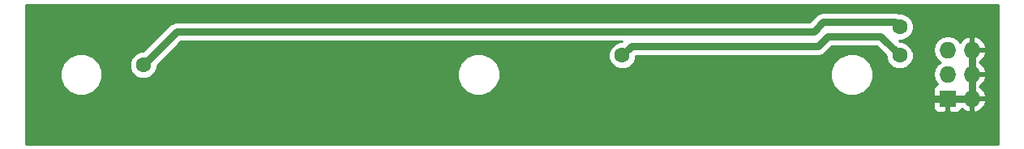
<source format=gbr>
%TF.GenerationSoftware,KiCad,Pcbnew,no-vcs-found-4c623da~61~ubuntu16.04.1*%
%TF.CreationDate,2017-11-21T10:53:03+02:00*%
%TF.ProjectId,reed-sensor,726565642D73656E736F722E6B696361,rev?*%
%TF.SameCoordinates,Original*%
%TF.FileFunction,Copper,L2,Bot,Signal*%
%TF.FilePolarity,Positive*%
%FSLAX46Y46*%
G04 Gerber Fmt 4.6, Leading zero omitted, Abs format (unit mm)*
G04 Created by KiCad (PCBNEW no-vcs-found-4c623da~61~ubuntu16.04.1) date Tue Nov 21 10:53:03 2017*
%MOMM*%
%LPD*%
G01*
G04 APERTURE LIST*
%TA.AperFunction,ComponentPad*%
%ADD10R,1.727200X1.727200*%
%TD*%
%TA.AperFunction,ComponentPad*%
%ADD11O,1.727200X1.727200*%
%TD*%
%TA.AperFunction,ViaPad*%
%ADD12C,1.600000*%
%TD*%
%TA.AperFunction,Conductor*%
%ADD13C,0.800000*%
%TD*%
%TA.AperFunction,Conductor*%
%ADD14C,0.254000*%
%TD*%
G04 APERTURE END LIST*
D10*
%TO.P,J1,1*%
%TO.N,GND*%
X155000000Y-82500000D03*
D11*
%TO.P,J1,2*%
X157540000Y-82500000D03*
%TO.P,J1,3*%
%TO.N,Net-(J1-Pad3)*%
X155000000Y-79960000D03*
%TO.P,J1,4*%
%TO.N,GND*%
X157540000Y-79960000D03*
%TO.P,J1,5*%
%TO.N,Net-(J1-Pad5)*%
X155000000Y-77420000D03*
%TO.P,J1,6*%
%TO.N,GND*%
X157540000Y-77420000D03*
%TD*%
D12*
%TO.N,Net-(J1-Pad3)*%
X150000000Y-78000000D03*
X121000000Y-78000000D03*
%TO.N,GND*%
X150000000Y-83000000D03*
%TO.N,Net-(J1-Pad5)*%
X150000000Y-75000000D03*
X71000000Y-79000000D03*
%TD*%
D13*
%TO.N,Net-(J1-Pad3)*%
X141500000Y-77000000D02*
X142500000Y-76000000D01*
X122000000Y-77000000D02*
X141500000Y-77000000D01*
X142500000Y-76000000D02*
X148000000Y-76000000D01*
X121000000Y-78000000D02*
X122000000Y-77000000D01*
X148000000Y-76000000D02*
X150000000Y-78000000D01*
%TO.N,GND*%
X157540000Y-82500000D02*
X155000000Y-82500000D01*
X157540000Y-79960000D02*
X157540000Y-82500000D01*
X157540000Y-77420000D02*
X157540000Y-79960000D01*
X155000000Y-82500000D02*
X150500000Y-82500000D01*
X150500000Y-82500000D02*
X150000000Y-83000000D01*
%TO.N,Net-(J1-Pad5)*%
X141000000Y-75500000D02*
X142000000Y-74500000D01*
X74500000Y-75500000D02*
X141000000Y-75500000D01*
X142000000Y-74500000D02*
X149500000Y-74500000D01*
X71000000Y-79000000D02*
X74500000Y-75500000D01*
X149500000Y-74500000D02*
X150000000Y-75000000D01*
%TD*%
D14*
%TO.N,GND*%
G36*
X160290000Y-87290000D02*
X58710000Y-87290000D01*
X58710000Y-82785750D01*
X153501400Y-82785750D01*
X153501400Y-83489910D01*
X153598073Y-83723299D01*
X153776702Y-83901927D01*
X154010091Y-83998600D01*
X154714250Y-83998600D01*
X154873000Y-83839850D01*
X154873000Y-82627000D01*
X155127000Y-82627000D01*
X155127000Y-83839850D01*
X155285750Y-83998600D01*
X155989909Y-83998600D01*
X156223298Y-83901927D01*
X156401927Y-83723299D01*
X156484529Y-83523881D01*
X156651510Y-83706821D01*
X157180973Y-83954968D01*
X157413000Y-83834469D01*
X157413000Y-82627000D01*
X157667000Y-82627000D01*
X157667000Y-83834469D01*
X157899027Y-83954968D01*
X158428490Y-83706821D01*
X158822688Y-83274947D01*
X158994958Y-82859026D01*
X158873817Y-82627000D01*
X157667000Y-82627000D01*
X157413000Y-82627000D01*
X155127000Y-82627000D01*
X154873000Y-82627000D01*
X153660150Y-82627000D01*
X153501400Y-82785750D01*
X58710000Y-82785750D01*
X58710000Y-80442619D01*
X62264613Y-80442619D01*
X62604155Y-81264372D01*
X63232321Y-81893636D01*
X64053481Y-82234611D01*
X64942619Y-82235387D01*
X65764372Y-81895845D01*
X66393636Y-81267679D01*
X66734611Y-80446519D01*
X66734614Y-80442619D01*
X103764613Y-80442619D01*
X104104155Y-81264372D01*
X104732321Y-81893636D01*
X105553481Y-82234611D01*
X106442619Y-82235387D01*
X107264372Y-81895845D01*
X107893636Y-81267679D01*
X108234611Y-80446519D01*
X108234614Y-80442619D01*
X142764613Y-80442619D01*
X143104155Y-81264372D01*
X143732321Y-81893636D01*
X144553481Y-82234611D01*
X145442619Y-82235387D01*
X146264372Y-81895845D01*
X146893636Y-81267679D01*
X147234611Y-80446519D01*
X147235387Y-79557381D01*
X146895845Y-78735628D01*
X146267679Y-78106364D01*
X145446519Y-77765389D01*
X144557381Y-77764613D01*
X143735628Y-78104155D01*
X143106364Y-78732321D01*
X142765389Y-79553481D01*
X142764613Y-80442619D01*
X108234614Y-80442619D01*
X108235387Y-79557381D01*
X107895845Y-78735628D01*
X107267679Y-78106364D01*
X106446519Y-77765389D01*
X105557381Y-77764613D01*
X104735628Y-78104155D01*
X104106364Y-78732321D01*
X103765389Y-79553481D01*
X103764613Y-80442619D01*
X66734614Y-80442619D01*
X66735387Y-79557381D01*
X66622506Y-79284187D01*
X69564752Y-79284187D01*
X69782757Y-79811800D01*
X70186077Y-80215824D01*
X70713309Y-80434750D01*
X71284187Y-80435248D01*
X71811800Y-80217243D01*
X72215824Y-79813923D01*
X72434750Y-79286691D01*
X72434975Y-79028737D01*
X74928711Y-76535000D01*
X121001289Y-76535000D01*
X120971314Y-76564975D01*
X120715813Y-76564752D01*
X120188200Y-76782757D01*
X119784176Y-77186077D01*
X119565250Y-77713309D01*
X119564752Y-78284187D01*
X119782757Y-78811800D01*
X120186077Y-79215824D01*
X120713309Y-79434750D01*
X121284187Y-79435248D01*
X121811800Y-79217243D01*
X122215824Y-78813923D01*
X122434750Y-78286691D01*
X122434970Y-78035000D01*
X141499995Y-78035000D01*
X141500000Y-78035001D01*
X141896077Y-77956215D01*
X142231856Y-77731856D01*
X142928711Y-77035000D01*
X147571288Y-77035000D01*
X148564975Y-78028686D01*
X148564752Y-78284187D01*
X148782757Y-78811800D01*
X149186077Y-79215824D01*
X149713309Y-79434750D01*
X150284187Y-79435248D01*
X150811800Y-79217243D01*
X151215824Y-78813923D01*
X151434750Y-78286691D01*
X151435248Y-77715813D01*
X151313021Y-77420000D01*
X153472041Y-77420000D01*
X153586115Y-77993489D01*
X153910971Y-78479670D01*
X154225752Y-78690000D01*
X153910971Y-78900330D01*
X153586115Y-79386511D01*
X153472041Y-79960000D01*
X153586115Y-80533489D01*
X153910971Y-81019670D01*
X153932023Y-81033737D01*
X153776702Y-81098073D01*
X153598073Y-81276701D01*
X153501400Y-81510090D01*
X153501400Y-82214250D01*
X153660150Y-82373000D01*
X154873000Y-82373000D01*
X154873000Y-82353000D01*
X155127000Y-82353000D01*
X155127000Y-82373000D01*
X157413000Y-82373000D01*
X157413000Y-80087000D01*
X157667000Y-80087000D01*
X157667000Y-82373000D01*
X158873817Y-82373000D01*
X158994958Y-82140974D01*
X158822688Y-81725053D01*
X158428490Y-81293179D01*
X158293687Y-81230000D01*
X158428490Y-81166821D01*
X158822688Y-80734947D01*
X158994958Y-80319026D01*
X158873817Y-80087000D01*
X157667000Y-80087000D01*
X157413000Y-80087000D01*
X157393000Y-80087000D01*
X157393000Y-79833000D01*
X157413000Y-79833000D01*
X157413000Y-77547000D01*
X157667000Y-77547000D01*
X157667000Y-79833000D01*
X158873817Y-79833000D01*
X158994958Y-79600974D01*
X158822688Y-79185053D01*
X158428490Y-78753179D01*
X158293687Y-78690000D01*
X158428490Y-78626821D01*
X158822688Y-78194947D01*
X158994958Y-77779026D01*
X158873817Y-77547000D01*
X157667000Y-77547000D01*
X157413000Y-77547000D01*
X157393000Y-77547000D01*
X157393000Y-77293000D01*
X157413000Y-77293000D01*
X157413000Y-76085531D01*
X157667000Y-76085531D01*
X157667000Y-77293000D01*
X158873817Y-77293000D01*
X158994958Y-77060974D01*
X158822688Y-76645053D01*
X158428490Y-76213179D01*
X157899027Y-75965032D01*
X157667000Y-76085531D01*
X157413000Y-76085531D01*
X157180973Y-75965032D01*
X156651510Y-76213179D01*
X156269992Y-76631161D01*
X156089029Y-76360330D01*
X155602848Y-76035474D01*
X155029359Y-75921400D01*
X154970641Y-75921400D01*
X154397152Y-76035474D01*
X153910971Y-76360330D01*
X153586115Y-76846511D01*
X153472041Y-77420000D01*
X151313021Y-77420000D01*
X151217243Y-77188200D01*
X150813923Y-76784176D01*
X150286691Y-76565250D01*
X150028736Y-76565025D01*
X149898623Y-76434912D01*
X150284187Y-76435248D01*
X150811800Y-76217243D01*
X151215824Y-75813923D01*
X151434750Y-75286691D01*
X151435248Y-74715813D01*
X151217243Y-74188200D01*
X150813923Y-73784176D01*
X150286691Y-73565250D01*
X149927733Y-73564937D01*
X149896077Y-73543785D01*
X149500000Y-73464999D01*
X149499995Y-73465000D01*
X142000005Y-73465000D01*
X142000000Y-73464999D01*
X141603923Y-73543785D01*
X141268144Y-73768144D01*
X141268142Y-73768147D01*
X140571288Y-74465000D01*
X74500000Y-74465000D01*
X74103922Y-74543785D01*
X73969429Y-74633651D01*
X73768144Y-74768144D01*
X73768142Y-74768147D01*
X70971313Y-77564975D01*
X70715813Y-77564752D01*
X70188200Y-77782757D01*
X69784176Y-78186077D01*
X69565250Y-78713309D01*
X69564752Y-79284187D01*
X66622506Y-79284187D01*
X66395845Y-78735628D01*
X65767679Y-78106364D01*
X64946519Y-77765389D01*
X64057381Y-77764613D01*
X63235628Y-78104155D01*
X62606364Y-78732321D01*
X62265389Y-79553481D01*
X62264613Y-80442619D01*
X58710000Y-80442619D01*
X58710000Y-72710000D01*
X160290000Y-72710000D01*
X160290000Y-87290000D01*
X160290000Y-87290000D01*
G37*
X160290000Y-87290000D02*
X58710000Y-87290000D01*
X58710000Y-82785750D01*
X153501400Y-82785750D01*
X153501400Y-83489910D01*
X153598073Y-83723299D01*
X153776702Y-83901927D01*
X154010091Y-83998600D01*
X154714250Y-83998600D01*
X154873000Y-83839850D01*
X154873000Y-82627000D01*
X155127000Y-82627000D01*
X155127000Y-83839850D01*
X155285750Y-83998600D01*
X155989909Y-83998600D01*
X156223298Y-83901927D01*
X156401927Y-83723299D01*
X156484529Y-83523881D01*
X156651510Y-83706821D01*
X157180973Y-83954968D01*
X157413000Y-83834469D01*
X157413000Y-82627000D01*
X157667000Y-82627000D01*
X157667000Y-83834469D01*
X157899027Y-83954968D01*
X158428490Y-83706821D01*
X158822688Y-83274947D01*
X158994958Y-82859026D01*
X158873817Y-82627000D01*
X157667000Y-82627000D01*
X157413000Y-82627000D01*
X155127000Y-82627000D01*
X154873000Y-82627000D01*
X153660150Y-82627000D01*
X153501400Y-82785750D01*
X58710000Y-82785750D01*
X58710000Y-80442619D01*
X62264613Y-80442619D01*
X62604155Y-81264372D01*
X63232321Y-81893636D01*
X64053481Y-82234611D01*
X64942619Y-82235387D01*
X65764372Y-81895845D01*
X66393636Y-81267679D01*
X66734611Y-80446519D01*
X66734614Y-80442619D01*
X103764613Y-80442619D01*
X104104155Y-81264372D01*
X104732321Y-81893636D01*
X105553481Y-82234611D01*
X106442619Y-82235387D01*
X107264372Y-81895845D01*
X107893636Y-81267679D01*
X108234611Y-80446519D01*
X108234614Y-80442619D01*
X142764613Y-80442619D01*
X143104155Y-81264372D01*
X143732321Y-81893636D01*
X144553481Y-82234611D01*
X145442619Y-82235387D01*
X146264372Y-81895845D01*
X146893636Y-81267679D01*
X147234611Y-80446519D01*
X147235387Y-79557381D01*
X146895845Y-78735628D01*
X146267679Y-78106364D01*
X145446519Y-77765389D01*
X144557381Y-77764613D01*
X143735628Y-78104155D01*
X143106364Y-78732321D01*
X142765389Y-79553481D01*
X142764613Y-80442619D01*
X108234614Y-80442619D01*
X108235387Y-79557381D01*
X107895845Y-78735628D01*
X107267679Y-78106364D01*
X106446519Y-77765389D01*
X105557381Y-77764613D01*
X104735628Y-78104155D01*
X104106364Y-78732321D01*
X103765389Y-79553481D01*
X103764613Y-80442619D01*
X66734614Y-80442619D01*
X66735387Y-79557381D01*
X66622506Y-79284187D01*
X69564752Y-79284187D01*
X69782757Y-79811800D01*
X70186077Y-80215824D01*
X70713309Y-80434750D01*
X71284187Y-80435248D01*
X71811800Y-80217243D01*
X72215824Y-79813923D01*
X72434750Y-79286691D01*
X72434975Y-79028737D01*
X74928711Y-76535000D01*
X121001289Y-76535000D01*
X120971314Y-76564975D01*
X120715813Y-76564752D01*
X120188200Y-76782757D01*
X119784176Y-77186077D01*
X119565250Y-77713309D01*
X119564752Y-78284187D01*
X119782757Y-78811800D01*
X120186077Y-79215824D01*
X120713309Y-79434750D01*
X121284187Y-79435248D01*
X121811800Y-79217243D01*
X122215824Y-78813923D01*
X122434750Y-78286691D01*
X122434970Y-78035000D01*
X141499995Y-78035000D01*
X141500000Y-78035001D01*
X141896077Y-77956215D01*
X142231856Y-77731856D01*
X142928711Y-77035000D01*
X147571288Y-77035000D01*
X148564975Y-78028686D01*
X148564752Y-78284187D01*
X148782757Y-78811800D01*
X149186077Y-79215824D01*
X149713309Y-79434750D01*
X150284187Y-79435248D01*
X150811800Y-79217243D01*
X151215824Y-78813923D01*
X151434750Y-78286691D01*
X151435248Y-77715813D01*
X151313021Y-77420000D01*
X153472041Y-77420000D01*
X153586115Y-77993489D01*
X153910971Y-78479670D01*
X154225752Y-78690000D01*
X153910971Y-78900330D01*
X153586115Y-79386511D01*
X153472041Y-79960000D01*
X153586115Y-80533489D01*
X153910971Y-81019670D01*
X153932023Y-81033737D01*
X153776702Y-81098073D01*
X153598073Y-81276701D01*
X153501400Y-81510090D01*
X153501400Y-82214250D01*
X153660150Y-82373000D01*
X154873000Y-82373000D01*
X154873000Y-82353000D01*
X155127000Y-82353000D01*
X155127000Y-82373000D01*
X157413000Y-82373000D01*
X157413000Y-80087000D01*
X157667000Y-80087000D01*
X157667000Y-82373000D01*
X158873817Y-82373000D01*
X158994958Y-82140974D01*
X158822688Y-81725053D01*
X158428490Y-81293179D01*
X158293687Y-81230000D01*
X158428490Y-81166821D01*
X158822688Y-80734947D01*
X158994958Y-80319026D01*
X158873817Y-80087000D01*
X157667000Y-80087000D01*
X157413000Y-80087000D01*
X157393000Y-80087000D01*
X157393000Y-79833000D01*
X157413000Y-79833000D01*
X157413000Y-77547000D01*
X157667000Y-77547000D01*
X157667000Y-79833000D01*
X158873817Y-79833000D01*
X158994958Y-79600974D01*
X158822688Y-79185053D01*
X158428490Y-78753179D01*
X158293687Y-78690000D01*
X158428490Y-78626821D01*
X158822688Y-78194947D01*
X158994958Y-77779026D01*
X158873817Y-77547000D01*
X157667000Y-77547000D01*
X157413000Y-77547000D01*
X157393000Y-77547000D01*
X157393000Y-77293000D01*
X157413000Y-77293000D01*
X157413000Y-76085531D01*
X157667000Y-76085531D01*
X157667000Y-77293000D01*
X158873817Y-77293000D01*
X158994958Y-77060974D01*
X158822688Y-76645053D01*
X158428490Y-76213179D01*
X157899027Y-75965032D01*
X157667000Y-76085531D01*
X157413000Y-76085531D01*
X157180973Y-75965032D01*
X156651510Y-76213179D01*
X156269992Y-76631161D01*
X156089029Y-76360330D01*
X155602848Y-76035474D01*
X155029359Y-75921400D01*
X154970641Y-75921400D01*
X154397152Y-76035474D01*
X153910971Y-76360330D01*
X153586115Y-76846511D01*
X153472041Y-77420000D01*
X151313021Y-77420000D01*
X151217243Y-77188200D01*
X150813923Y-76784176D01*
X150286691Y-76565250D01*
X150028736Y-76565025D01*
X149898623Y-76434912D01*
X150284187Y-76435248D01*
X150811800Y-76217243D01*
X151215824Y-75813923D01*
X151434750Y-75286691D01*
X151435248Y-74715813D01*
X151217243Y-74188200D01*
X150813923Y-73784176D01*
X150286691Y-73565250D01*
X149927733Y-73564937D01*
X149896077Y-73543785D01*
X149500000Y-73464999D01*
X149499995Y-73465000D01*
X142000005Y-73465000D01*
X142000000Y-73464999D01*
X141603923Y-73543785D01*
X141268144Y-73768144D01*
X141268142Y-73768147D01*
X140571288Y-74465000D01*
X74500000Y-74465000D01*
X74103922Y-74543785D01*
X73969429Y-74633651D01*
X73768144Y-74768144D01*
X73768142Y-74768147D01*
X70971313Y-77564975D01*
X70715813Y-77564752D01*
X70188200Y-77782757D01*
X69784176Y-78186077D01*
X69565250Y-78713309D01*
X69564752Y-79284187D01*
X66622506Y-79284187D01*
X66395845Y-78735628D01*
X65767679Y-78106364D01*
X64946519Y-77765389D01*
X64057381Y-77764613D01*
X63235628Y-78104155D01*
X62606364Y-78732321D01*
X62265389Y-79553481D01*
X62264613Y-80442619D01*
X58710000Y-80442619D01*
X58710000Y-72710000D01*
X160290000Y-72710000D01*
X160290000Y-87290000D01*
%TD*%
M02*

</source>
